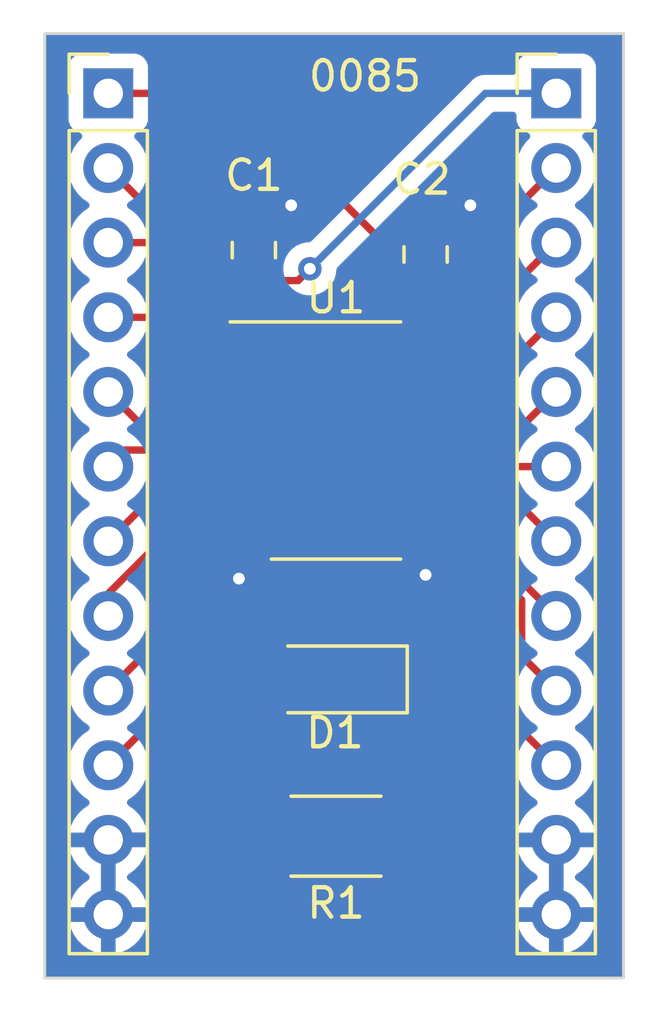
<source format=kicad_pcb>
(kicad_pcb (version 20221018) (generator pcbnew)
  (layers (0 "F.Cu" signal) (31 "B.Cu" signal) (34 "B.Paste" user) (35 "F.Paste" user) (36 "B.SilkS" user "B.Silkscreen") (37 "F.SilkS" user "F.Silkscreen") (38 "B.Mask" user) (39 "F.Mask" user) (44 "Edge.Cuts" user))
  (net 0 "")
  (net 1 "vcca")
  (net 2 "GND")
  (net 3 "vccb")
  (net 4 "Net-(D1-K)")
  (net 5 "DIR")
  (net 6 "A1")
  (net 7 "A2")
  (net 8 "A3")
  (net 9 "A4")
  (net 10 "A5")
  (net 11 "A6")
  (net 12 "A7")
  (net 13 "A8")
  (net 14 "B1")
  (net 15 "B2")
  (net 16 "B3")
  (net 17 "B4")
  (net 18 "B5")
  (net 19 "B6")
  (net 20 "B7")
  (net 21 "B8")
  (net 22 "~{OE}")
  (footprint "LED_SMD:LED_1206_3216Metric_Pad1.42x1.75mm_HandSolder" (layer "F.Cu") (at 163.4125 137.287 180)
    (fp_text reference "D1" (at 0 -1.82) (layer "F.SilkS"))
    (fp_text value "LED")
    (fp_line (start -2.46 -1.135) (end -2.46 1.135) (stroke (width 0.12)) (layer "F.SilkS"))
    (fp_line (start -2.46 1.135) (end 1.6 1.135) (stroke (width 0.12)) (layer "F.SilkS"))
    (fp_line (start 1.6 -1.135) (end -2.46 -1.135) (stroke (width 0.12)) (layer "F.SilkS"))
    (pad "1" smd roundrect (at -1.4875 0 180) (size 1.425 1.75) (layers "F.Cu" "F.Paste" "F.Mask") (roundrect_rratio 0.1754392982) (net 4 "Net-(D1-K)"))
    (pad "2" smd roundrect (at 1.4875 0 180) (size 1.425 1.75) (layers "F.Cu" "F.Paste" "F.Mask") (roundrect_rratio 0.1754392982) (net 5 "DIR"))
  )
  (footprint "Capacitor_SMD:C_0805_2012Metric_Pad1.18x1.45mm_HandSolder" (layer "F.Cu") (at 166.497 122.8305 90)
    (fp_text reference "C2" (at 2.5615 -0.127 180) (layer "F.SilkS"))
    (fp_text value "100nF" hide)
    (fp_line (start -0.261252 -0.735) (end 0.261252 -0.735) (stroke (width 0.12)) (layer "F.SilkS"))
    (fp_line (start -0.261252 0.735) (end 0.261252 0.735) (stroke (width 0.12)) (layer "F.SilkS"))
    (pad "1" smd roundrect (at -1.0375 0 90) (size 1.175 1.45) (layers "F.Cu" "F.Paste" "F.Mask") (roundrect_rratio 0.2127659574) (net 3 "vccb"))
    (pad "2" smd roundrect (at 1.0375 0 90) (size 1.175 1.45) (layers "F.Cu" "F.Paste" "F.Mask") (roundrect_rratio 0.2127659574) (net 2 "GND"))
  )
  (footprint "Capacitor_SMD:C_0805_2012Metric_Pad1.18x1.45mm_HandSolder" (layer "F.Cu") (at 160.655 122.682 90)
    (fp_text reference "C1" (at 2.54 0 180) (layer "F.SilkS"))
    (fp_text value "100nF" hide)
    (fp_line (start -0.261252 -0.735) (end 0.261252 -0.735) (stroke (width 0.12)) (layer "F.SilkS"))
    (fp_line (start -0.261252 0.735) (end 0.261252 0.735) (stroke (width 0.12)) (layer "F.SilkS"))
    (pad "1" smd roundrect (at -1.0375 0 90) (size 1.175 1.45) (layers "F.Cu" "F.Paste" "F.Mask") (roundrect_rratio 0.2127659574) (net 1 "vcca"))
    (pad "2" smd roundrect (at 1.0375 0 90) (size 1.175 1.45) (layers "F.Cu" "F.Paste" "F.Mask") (roundrect_rratio 0.2127659574) (net 2 "GND"))
  )
  (footprint "Resistor_SMD:R_2010_5025Metric_Pad1.40x2.65mm_HandSolder" (layer "F.Cu") (at 163.449 142.621 180)
    (fp_text reference "R1" (at 0 -2.28) (layer "F.SilkS"))
    (fp_text value "1K")
    (fp_line (start -1.527064 -1.36) (end 1.527064 -1.36) (stroke (width 0.12)) (layer "F.SilkS"))
    (fp_line (start -1.527064 1.36) (end 1.527064 1.36) (stroke (width 0.12)) (layer "F.SilkS"))
    (pad "1" smd roundrect (at -2.4 0 180) (size 1.4 2.65) (layers "F.Cu" "F.Paste" "F.Mask") (roundrect_rratio 0.1785707143) (net 4 "Net-(D1-K)"))
    (pad "2" smd roundrect (at 2.4 0 180) (size 1.4 2.65) (layers "F.Cu" "F.Paste" "F.Mask") (roundrect_rratio 0.1785707143) (net 2 "GND"))
  )
  (footprint "Package_SO:TSSOP-24_4.4x7.8mm_P0.65mm" (layer "F.Cu") (at 163.449 129.159)
    (fp_text reference "U1" (at 0 -4.85) (layer "F.SilkS"))
    (fp_text value "SN74LVC8T245")
    (fp_line (start 0 -4.035) (end -3.6 -4.035) (stroke (width 0.12)) (layer "F.SilkS"))
    (fp_line (start 0 -4.035) (end 2.2 -4.035) (stroke (width 0.12)) (layer "F.SilkS"))
    (fp_line (start 0 4.035) (end -2.2 4.035) (stroke (width 0.12)) (layer "F.SilkS"))
    (fp_line (start 0 4.035) (end 2.2 4.035) (stroke (width 0.12)) (layer "F.SilkS"))
    (pad "1" smd roundrect (at -2.8625 -3.575) (size 1.475 0.4) (layers "F.Cu" "F.Paste" "F.Mask") (net 1 "vcca"))
    (pad "2" smd roundrect (at -2.8625 -2.925) (size 1.475 0.4) (layers "F.Cu" "F.Paste" "F.Mask") (net 5 "DIR"))
    (pad "3" smd roundrect (at -2.8625 -2.275) (size 1.475 0.4) (layers "F.Cu" "F.Paste" "F.Mask") (net 6 "A1"))
    (pad "4" smd roundrect (at -2.8625 -1.625) (size 1.475 0.4) (layers "F.Cu" "F.Paste" "F.Mask") (net 7 "A2"))
    (pad "5" smd roundrect (at -2.8625 -0.975) (size 1.475 0.4) (layers "F.Cu" "F.Paste" "F.Mask") (net 8 "A3"))
    (pad "6" smd roundrect (at -2.8625 -0.325) (size 1.475 0.4) (layers "F.Cu" "F.Paste" "F.Mask") (net 9 "A4"))
    (pad "7" smd roundrect (at -2.8625 0.325) (size 1.475 0.4) (layers "F.Cu" "F.Paste" "F.Mask") (net 10 "A5"))
    (pad "8" smd roundrect (at -2.8625 0.975) (size 1.475 0.4) (layers "F.Cu" "F.Paste" "F.Mask") (net 11 "A6"))
    (pad "9" smd roundrect (at -2.8625 1.625) (size 1.475 0.4) (layers "F.Cu" "F.Paste" "F.Mask") (net 12 "A7"))
    (pad "10" smd roundrect (at -2.8625 2.275) (size 1.475 0.4) (layers "F.Cu" "F.Paste" "F.Mask") (net 13 "A8"))
    (pad "11" smd roundrect (at -2.8625 2.925) (size 1.475 0.4) (layers "F.Cu" "F.Paste" "F.Mask") (net 2 "GND"))
    (pad "12" smd roundrect (at -2.8625 3.575) (size 1.475 0.4) (layers "F.Cu" "F.Paste" "F.Mask") (net 2 "GND"))
    (pad "13" smd roundrect (at 2.8625 3.575) (size 1.475 0.4) (layers "F.Cu" "F.Paste" "F.Mask") (net 2 "GND"))
    (pad "14" smd roundrect (at 2.8625 2.925) (size 1.475 0.4) (layers "F.Cu" "F.Paste" "F.Mask") (net 21 "B8"))
    (pad "15" smd roundrect (at 2.8625 2.275) (size 1.475 0.4) (layers "F.Cu" "F.Paste" "F.Mask") (net 20 "B7"))
    (pad "16" smd roundrect (at 2.8625 1.625) (size 1.475 0.4) (layers "F.Cu" "F.Paste" "F.Mask") (net 19 "B6"))
    (pad "17" smd roundrect (at 2.8625 0.975) (size 1.475 0.4) (layers "F.Cu" "F.Paste" "F.Mask") (net 18 "B5"))
    (pad "18" smd roundrect (at 2.8625 0.325) (size 1.475 0.4) (layers "F.Cu" "F.Paste" "F.Mask") (net 17 "B4"))
    (pad "19" smd roundrect (at 2.8625 -0.325) (size 1.475 0.4) (layers "F.Cu" "F.Paste" "F.Mask") (net 16 "B3"))
    (pad "20" smd roundrect (at 2.8625 -0.975) (size 1.475 0.4) (layers "F.Cu" "F.Paste" "F.Mask") (net 15 "B2"))
    (pad "21" smd roundrect (at 2.8625 -1.625) (size 1.475 0.4) (layers "F.Cu" "F.Paste" "F.Mask") (net 14 "B1"))
    (pad "22" smd roundrect (at 2.8625 -2.275) (size 1.475 0.4) (layers "F.Cu" "F.Paste" "F.Mask") (net 22 "~{OE}"))
    (pad "23" smd roundrect (at 2.8625 -2.925) (size 1.475 0.4) (layers "F.Cu" "F.Paste" "F.Mask") (net 3 "vccb"))
    (pad "24" smd roundrect (at 2.8625 -3.575) (size 1.475 0.4) (layers "F.Cu" "F.Paste" "F.Mask") (net 3 "vccb"))
  )
  (footprint "Connector_PinHeader_2.54mm:PinHeader_1x12_P2.54mm_Vertical" (layer "F.Cu") (at 155.702 117.348)
    (fp_text reference "J1" hide)
    (fp_text value "Conn_01x12" hide)
    (fp_line (start -1.33 -1.33) (end 0 -1.33) (stroke (width 0.12)) (layer "F.SilkS"))
    (fp_line (start -1.33 0) (end -1.33 -1.33) (stroke (width 0.12)) (layer "F.SilkS"))
    (fp_line (start -1.33 1.27) (end -1.33 29.27) (stroke (width 0.12)) (layer "F.SilkS"))
    (fp_line (start -1.33 1.27) (end 1.33 1.27) (stroke (width 0.12)) (layer "F.SilkS"))
    (fp_line (start -1.33 29.27) (end 1.33 29.27) (stroke (width 0.12)) (layer "F.SilkS"))
    (fp_line (start 1.33 1.27) (end 1.33 29.27) (stroke (width 0.12)) (layer "F.SilkS"))
    (pad "1" thru_hole rect (at 0 0) (size 1.7 1.7) (drill 1) (layers "*.Cu" "*.Mask") (net 3 "vccb"))
    (pad "2" thru_hole oval (at 0 2.54) (size 1.7 1.7) (drill 1) (layers "*.Cu" "*.Mask") (net 6 "A1"))
    (pad "3" thru_hole oval (at 0 5.08) (size 1.7 1.7) (drill 1) (layers "*.Cu" "*.Mask") (net 7 "A2"))
    (pad "4" thru_hole oval (at 0 7.62) (size 1.7 1.7) (drill 1) (layers "*.Cu" "*.Mask") (net 8 "A3"))
    (pad "5" thru_hole oval (at 0 10.16) (size 1.7 1.7) (drill 1) (layers "*.Cu" "*.Mask") (net 9 "A4"))
    (pad "6" thru_hole oval (at 0 12.7) (size 1.7 1.7) (drill 1) (layers "*.Cu" "*.Mask") (net 10 "A5"))
    (pad "7" thru_hole oval (at 0 15.24) (size 1.7 1.7) (drill 1) (layers "*.Cu" "*.Mask") (net 11 "A6"))
    (pad "8" thru_hole oval (at 0 17.78) (size 1.7 1.7) (drill 1) (layers "*.Cu" "*.Mask") (net 12 "A7"))
    (pad "9" thru_hole oval (at 0 20.32) (size 1.7 1.7) (drill 1) (layers "*.Cu" "*.Mask") (net 13 "A8"))
    (pad "10" thru_hole oval (at 0 22.86) (size 1.7 1.7) (drill 1) (layers "*.Cu" "*.Mask") (net 5 "DIR"))
    (pad "11" thru_hole oval (at 0 25.4) (size 1.7 1.7) (drill 1) (layers "*.Cu" "*.Mask") (net 2 "GND"))
    (pad "12" thru_hole oval (at 0 27.94) (size 1.7 1.7) (drill 1) (layers "*.Cu" "*.Mask") (net 2 "GND"))
  )
  (footprint "Connector_PinHeader_2.54mm:PinHeader_1x12_P2.54mm_Vertical" (layer "F.Cu") (at 170.942 117.348)
    (fp_text reference "J2" hide)
    (fp_text value "Conn_01x12" hide)
    (fp_line (start -1.33 -1.33) (end 0 -1.33) (stroke (width 0.12)) (layer "F.SilkS"))
    (fp_line (start -1.33 0) (end -1.33 -1.33) (stroke (width 0.12)) (layer "F.SilkS"))
    (fp_line (start -1.33 1.27) (end -1.33 29.27) (stroke (width 0.12)) (layer "F.SilkS"))
    (fp_line (start -1.33 1.27) (end 1.33 1.27) (stroke (width 0.12)) (layer "F.SilkS"))
    (fp_line (start -1.33 29.27) (end 1.33 29.27) (stroke (width 0.12)) (layer "F.SilkS"))
    (fp_line (start 1.33 1.27) (end 1.33 29.27) (stroke (width 0.12)) (layer "F.SilkS"))
    (pad "1" thru_hole rect (at 0 0) (size 1.7 1.7) (drill 1) (layers "*.Cu" "*.Mask") (net 1 "vcca"))
    (pad "2" thru_hole oval (at 0 2.54) (size 1.7 1.7) (drill 1) (layers "*.Cu" "*.Mask") (net 14 "B1"))
    (pad "3" thru_hole oval (at 0 5.08) (size 1.7 1.7) (drill 1) (layers "*.Cu" "*.Mask") (net 15 "B2"))
    (pad "4" thru_hole oval (at 0 7.62) (size 1.7 1.7) (drill 1) (layers "*.Cu" "*.Mask") (net 16 "B3"))
    (pad "5" thru_hole oval (at 0 10.16) (size 1.7 1.7) (drill 1) (layers "*.Cu" "*.Mask") (net 17 "B4"))
    (pad "6" thru_hole oval (at 0 12.7) (size 1.7 1.7) (drill 1) (layers "*.Cu" "*.Mask") (net 18 "B5"))
    (pad "7" thru_hole oval (at 0 15.24) (size 1.7 1.7) (drill 1) (layers "*.Cu" "*.Mask") (net 19 "B6"))
    (pad "8" thru_hole oval (at 0 17.78) (size 1.7 1.7) (drill 1) (layers "*.Cu" "*.Mask") (net 20 "B7"))
    (pad "9" thru_hole oval (at 0 20.32) (size 1.7 1.7) (drill 1) (layers "*.Cu" "*.Mask") (net 21 "B8"))
    (pad "10" thru_hole oval (at 0 22.86) (size 1.7 1.7) (drill 1) (layers "*.Cu" "*.Mask") (net 22 "~{OE}"))
    (pad "11" thru_hole oval (at 0 25.4) (size 1.7 1.7) (drill 1) (layers "*.Cu" "*.Mask") (net 2 "GND"))
    (pad "12" thru_hole oval (at 0 27.94) (size 1.7 1.7) (drill 1) (layers "*.Cu" "*.Mask") (net 2 "GND"))
  )
  (gr_rect (start 153.543 115.316) (end 173.228 147.447) (stroke (width 0.1)) (fill none) (layer "Edge.Cuts"))
  (gr_text "0085" (at 162.433 117.348) (layer "F.SilkS") (effects (font (size 1 1)) (justify left bottom)))
  (segment (start 160.655 123.7195) (end 160.655 125.5155) (width 0.25) (layer "F.Cu") (net 1))
  (segment (start 160.655 123.7195) (end 162.1575 123.7195) (width 0.25) (layer "F.Cu") (net 1))
  (segment (start 162.1575 123.7195) (end 162.56 123.317) (width 0.25) (layer "F.Cu") (net 1))
  (segment (start 160.655 125.5155) (end 160.5865 125.584) (width 0.25) (layer "F.Cu") (net 1))
  (via (at 162.56 123.317) (size 0.8) (drill 0.4) (layers "F.Cu" "B.Cu") (net 1))
  (segment (start 162.56 123.317) (end 168.529 117.348) (width 0.25) (layer "B.Cu") (net 1))
  (segment (start 168.529 117.348) (end 170.942 117.348) (width 0.25) (layer "B.Cu") (net 1))
  (segment (start 161.049 142.621) (end 155.829 142.621) (width 0.25) (layer "F.Cu") (net 2))
  (segment (start 166.3115 133.5455) (end 166.497 133.731) (width 0.25) (layer "F.Cu") (net 2))
  (segment (start 160.5865 133.4185) (end 160.147 133.858) (width 0.25) (layer "F.Cu") (net 2))
  (segment (start 160.655 121.6445) (end 161.4385 121.6445) (width 0.25) (layer "F.Cu") (net 2))
  (segment (start 166.497 121.793) (end 167.386 121.793) (width 0.25) (layer "F.Cu") (net 2))
  (segment (start 155.829 142.621) (end 155.702 142.748) (width 0.25) (layer "F.Cu") (net 2))
  (segment (start 160.5865 132.734) (end 160.5865 132.084) (width 0.25) (layer "F.Cu") (net 2))
  (segment (start 160.5865 132.734) (end 160.5865 133.4185) (width 0.25) (layer "F.Cu") (net 2))
  (segment (start 161.4385 121.6445) (end 161.925 121.158) (width 0.25) (layer "F.Cu") (net 2))
  (segment (start 167.386 121.793) (end 168.021 121.158) (width 0.25) (layer "F.Cu") (net 2))
  (segment (start 166.3115 132.734) (end 166.3115 133.5455) (width 0.25) (layer "F.Cu") (net 2))
  (via (at 161.925 121.158) (size 0.8) (drill 0.4) (layers "F.Cu" "B.Cu") (net 2))
  (via (at 168.021 121.158) (size 0.8) (drill 0.4) (layers "F.Cu" "B.Cu") (net 2))
  (via (at 166.497 133.731) (size 0.8) (drill 0.4) (layers "F.Cu" "B.Cu") (net 2))
  (via (at 160.147 133.858) (size 0.8) (drill 0.4) (layers "F.Cu" "B.Cu") (net 2))
  (segment (start 166.497 125.3985) (end 166.3115 125.584) (width 0.25) (layer "F.Cu") (net 3))
  (segment (start 159.977 117.348) (end 166.497 123.868) (width 0.25) (layer "F.Cu") (net 3))
  (segment (start 166.497 123.868) (end 166.497 125.3985) (width 0.25) (layer "F.Cu") (net 3))
  (segment (start 166.3115 125.584) (end 166.3115 126.234) (width 0.25) (layer "F.Cu") (net 3))
  (segment (start 155.702 117.348) (end 159.977 117.348) (width 0.25) (layer "F.Cu") (net 3))
  (segment (start 164.9 137.287) (end 164.9 141.672) (width 0.25) (layer "F.Cu") (net 4))
  (segment (start 164.9 141.672) (end 165.849 142.621) (width 0.25) (layer "F.Cu") (net 4))
  (segment (start 162.306 127.216001) (end 161.323999 126.234) (width 0.25) (layer "F.Cu") (net 5))
  (segment (start 161.925 137.287) (end 161.925 133.985) (width 0.25) (layer "F.Cu") (net 5))
  (segment (start 155.702 140.208) (end 162.306 133.604) (width 0.25) (layer "F.Cu") (net 5))
  (segment (start 162.306 133.604) (end 162.306 127.216001) (width 0.25) (layer "F.Cu") (net 5))
  (segment (start 161.323999 126.234) (end 160.5865 126.234) (width 0.25) (layer "F.Cu") (net 5))
  (segment (start 161.925 133.985) (end 162.306 133.604) (width 0.25) (layer "F.Cu") (net 5))
  (segment (start 155.702 119.888) (end 159.512 123.698) (width 0.25) (layer "F.Cu") (net 6))
  (segment (start 159.895188 126.884) (end 160.5865 126.884) (width 0.25) (layer "F.Cu") (net 6))
  (segment (start 159.512 126.500812) (end 159.895188 126.884) (width 0.25) (layer "F.Cu") (net 6))
  (segment (start 159.512 123.698) (end 159.512 126.500812) (width 0.25) (layer "F.Cu") (net 6))
  (segment (start 159.849001 127.534) (end 160.5865 127.534) (width 0.25) (layer "F.Cu") (net 7))
  (segment (start 157.605604 122.428) (end 159.004 123.826396) (width 0.25) (layer "F.Cu") (net 7))
  (segment (start 159.004 123.826396) (end 159.004 126.688999) (width 0.25) (layer "F.Cu") (net 7))
  (segment (start 159.004 126.688999) (end 159.849001 127.534) (width 0.25) (layer "F.Cu") (net 7))
  (segment (start 155.702 122.428) (end 157.605604 122.428) (width 0.25) (layer "F.Cu") (net 7))
  (segment (start 157.538 124.968) (end 158.554 125.984) (width 0.25) (layer "F.Cu") (net 8))
  (segment (start 158.554 125.984) (end 158.554 126.941701) (width 0.25) (layer "F.Cu") (net 8))
  (segment (start 158.554 126.941701) (end 159.796299 128.184) (width 0.25) (layer "F.Cu") (net 8))
  (segment (start 159.796299 128.184) (end 160.5865 128.184) (width 0.25) (layer "F.Cu") (net 8))
  (segment (start 155.702 124.968) (end 157.538 124.968) (width 0.25) (layer "F.Cu") (net 8))
  (segment (start 155.702 127.508) (end 157.028 128.834) (width 0.25) (layer "F.Cu") (net 9))
  (segment (start 157.028 128.834) (end 160.5865 128.834) (width 0.25) (layer "F.Cu") (net 9))
  (segment (start 156.266 129.484) (end 160.5865 129.484) (width 0.25) (layer "F.Cu") (net 10))
  (segment (start 155.702 130.048) (end 156.266 129.484) (width 0.25) (layer "F.Cu") (net 10))
  (segment (start 155.702 132.588) (end 158.156 130.134) (width 0.25) (layer "F.Cu") (net 11))
  (segment (start 158.156 130.134) (end 160.5865 130.134) (width 0.25) (layer "F.Cu") (net 11))
  (segment (start 159.284 130.784) (end 160.5865 130.784) (width 0.25) (layer "F.Cu") (net 12))
  (segment (start 155.702 135.128) (end 155.702 134.366) (width 0.25) (layer "F.Cu") (net 12))
  (segment (start 155.702 134.366) (end 159.284 130.784) (width 0.25) (layer "F.Cu") (net 12))
  (segment (start 157.861 133.422001) (end 159.849001 131.434) (width 0.25) (layer "F.Cu") (net 13))
  (segment (start 155.702 137.668) (end 157.861 135.509) (width 0.25) (layer "F.Cu") (net 13))
  (segment (start 157.861 135.509) (end 157.861 133.422001) (width 0.25) (layer "F.Cu") (net 13))
  (segment (start 159.849001 131.434) (end 160.5865 131.434) (width 0.25) (layer "F.Cu") (net 13))
  (segment (start 167.547 123.283) (end 167.547 127.035999) (width 0.25) (layer "F.Cu") (net 14))
  (segment (start 167.547 127.035999) (end 167.048999 127.534) (width 0.25) (layer "F.Cu") (net 14))
  (segment (start 167.048999 127.534) (end 166.3115 127.534) (width 0.25) (layer "F.Cu") (net 14))
  (segment (start 170.942 119.888) (end 167.547 123.283) (width 0.25) (layer "F.Cu") (net 14))
  (segment (start 167.048999 128.184) (end 166.3115 128.184) (width 0.25) (layer "F.Cu") (net 15))
  (segment (start 167.997 127.235999) (end 167.048999 128.184) (width 0.25) (layer "F.Cu") (net 15))
  (segment (start 167.997 125.373) (end 167.997 127.235999) (width 0.25) (layer "F.Cu") (net 15))
  (segment (start 170.942 122.428) (end 167.997 125.373) (width 0.25) (layer "F.Cu") (net 15))
  (segment (start 170.942 124.968) (end 167.076 128.834) (width 0.25) (layer "F.Cu") (net 16))
  (segment (start 167.076 128.834) (end 166.3115 128.834) (width 0.25) (layer "F.Cu") (net 16))
  (segment (start 170.942 127.508) (end 168.966 129.484) (width 0.25) (layer "F.Cu") (net 17))
  (segment (start 168.966 129.484) (end 166.3115 129.484) (width 0.25) (layer "F.Cu") (net 17))
  (segment (start 170.942 130.048) (end 166.3975 130.048) (width 0.25) (layer "F.Cu") (net 18))
  (segment (start 166.3975 130.048) (end 166.3115 130.134) (width 0.25) (layer "F.Cu") (net 18))
  (segment (start 170.942 132.588) (end 169.138 130.784) (width 0.25) (layer "F.Cu") (net 19))
  (segment (start 166.3115 130.784) (end 167.048999 130.784) (width 0.25) (layer "F.Cu") (net 19))
  (segment (start 169.138 130.784) (end 166.3115 130.784) (width 0.25) (layer "F.Cu") (net 19))
  (segment (start 170.942 135.128) (end 167.248 131.434) (width 0.25) (layer "F.Cu") (net 20))
  (segment (start 167.248 131.434) (end 166.3115 131.434) (width 0.25) (layer "F.Cu") (net 20))
  (segment (start 167.261604 132.084) (end 166.3115 132.084) (width 0.25) (layer "F.Cu") (net 21))
  (segment (start 170.942 137.668) (end 169.767 136.493) (width 0.25) (layer "F.Cu") (net 21))
  (segment (start 169.767 136.493) (end 169.767 134.589396) (width 0.25) (layer "F.Cu") (net 21))
  (segment (start 169.767 134.589396) (end 167.261604 132.084) (width 0.25) (layer "F.Cu") (net 21))
  (segment (start 170.942 140.208) (end 164.846 134.112) (width 0.25) (layer "F.Cu") (net 22))
  (segment (start 164.846 134.112) (end 164.846 127.612001) (width 0.25) (layer "F.Cu") (net 22))
  (segment (start 164.846 127.612001) (end 165.574001 126.884) (width 0.25) (layer "F.Cu") (net 22))
  (segment (start 165.574001 126.884) (end 166.3115 126.884) (width 0.25) (layer "F.Cu") (net 22))
  (zone (net 2) (net_name "GND") (layer "B.Cu") (connect_pads (clearance 0.5)) (min_thickness 0.25) (fill yes (thermal_gap 0.5) (thermal_bridge_width 0.5))
    (polygon (pts (xy 152.019 114.173) (xy 174.879 114.3) (xy 174.625 148.336) (xy 152.146 148.971)))
  )
)
</source>
